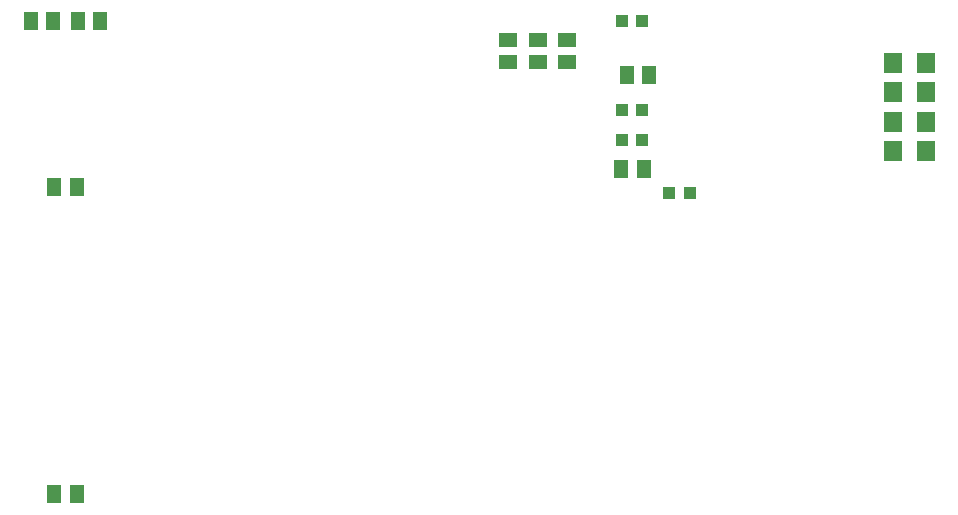
<source format=gbr>
G04 EAGLE Gerber RS-274X export*
G75*
%MOMM*%
%FSLAX34Y34*%
%LPD*%
%INSolderpaste Bottom*%
%IPPOS*%
%AMOC8*
5,1,8,0,0,1.08239X$1,22.5*%
G01*
%ADD10R,1.600000X1.800000*%
%ADD11R,1.100000X1.000000*%
%ADD12R,1.300000X1.500000*%
%ADD13R,1.500000X1.300000*%
%ADD14R,1.300000X1.600000*%


D10*
X956000Y535000D03*
X984000Y535000D03*
X956000Y610000D03*
X984000Y610000D03*
X956000Y560000D03*
X984000Y560000D03*
X956000Y585000D03*
X984000Y585000D03*
D11*
X726500Y570000D03*
X743500Y570000D03*
X726500Y545000D03*
X743500Y545000D03*
X783500Y500000D03*
X766500Y500000D03*
X743500Y645000D03*
X726500Y645000D03*
D12*
X725500Y520000D03*
X744500Y520000D03*
D13*
X680000Y629500D03*
X680000Y610500D03*
X655000Y629500D03*
X655000Y610500D03*
X630000Y629500D03*
X630000Y610500D03*
D14*
X749500Y600000D03*
X730500Y600000D03*
X284500Y645000D03*
X265500Y645000D03*
X225500Y645000D03*
X244500Y645000D03*
D12*
X245500Y505000D03*
X264500Y505000D03*
X245500Y245000D03*
X264500Y245000D03*
M02*

</source>
